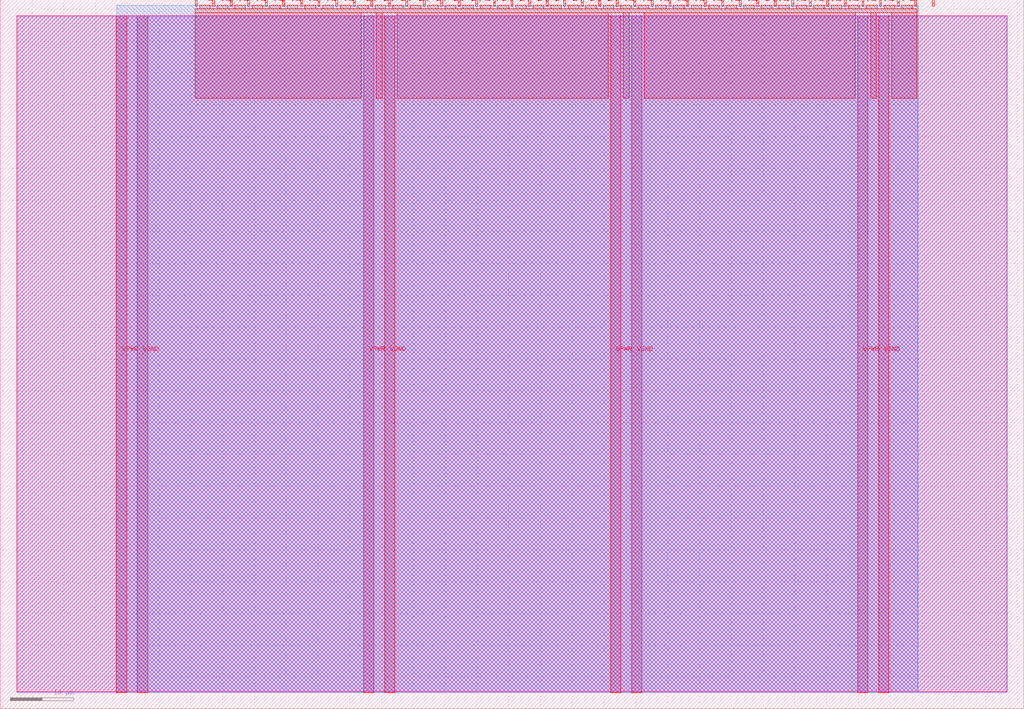
<source format=lef>
VERSION 5.7 ;
  NOWIREEXTENSIONATPIN ON ;
  DIVIDERCHAR "/" ;
  BUSBITCHARS "[]" ;
MACRO tt_um_mikegoelzer_7segmentbyte
  CLASS BLOCK ;
  FOREIGN tt_um_mikegoelzer_7segmentbyte ;
  ORIGIN 0.000 0.000 ;
  SIZE 161.000 BY 111.520 ;
  PIN VGND
    DIRECTION INOUT ;
    USE GROUND ;
    PORT
      LAYER met4 ;
        RECT 21.580 2.480 23.180 109.040 ;
    END
    PORT
      LAYER met4 ;
        RECT 60.450 2.480 62.050 109.040 ;
    END
    PORT
      LAYER met4 ;
        RECT 99.320 2.480 100.920 109.040 ;
    END
    PORT
      LAYER met4 ;
        RECT 138.190 2.480 139.790 109.040 ;
    END
  END VGND
  PIN VPWR
    DIRECTION INOUT ;
    USE POWER ;
    PORT
      LAYER met4 ;
        RECT 18.280 2.480 19.880 109.040 ;
    END
    PORT
      LAYER met4 ;
        RECT 57.150 2.480 58.750 109.040 ;
    END
    PORT
      LAYER met4 ;
        RECT 96.020 2.480 97.620 109.040 ;
    END
    PORT
      LAYER met4 ;
        RECT 134.890 2.480 136.490 109.040 ;
    END
  END VPWR
  PIN clk
    DIRECTION INPUT ;
    USE SIGNAL ;
    ANTENNAGATEAREA 0.852000 ;
    PORT
      LAYER met4 ;
        RECT 143.830 110.520 144.130 111.520 ;
    END
  END clk
  PIN ena
    DIRECTION INPUT ;
    USE SIGNAL ;
    PORT
      LAYER met4 ;
        RECT 146.590 110.520 146.890 111.520 ;
    END
  END ena
  PIN rst_n
    DIRECTION INPUT ;
    USE SIGNAL ;
    ANTENNAGATEAREA 0.196500 ;
    PORT
      LAYER met4 ;
        RECT 141.070 110.520 141.370 111.520 ;
    END
  END rst_n
  PIN ui_in[0]
    DIRECTION INPUT ;
    USE SIGNAL ;
    ANTENNAGATEAREA 0.196500 ;
    PORT
      LAYER met4 ;
        RECT 138.310 110.520 138.610 111.520 ;
    END
  END ui_in[0]
  PIN ui_in[1]
    DIRECTION INPUT ;
    USE SIGNAL ;
    ANTENNAGATEAREA 0.196500 ;
    PORT
      LAYER met4 ;
        RECT 135.550 110.520 135.850 111.520 ;
    END
  END ui_in[1]
  PIN ui_in[2]
    DIRECTION INPUT ;
    USE SIGNAL ;
    ANTENNAGATEAREA 0.196500 ;
    PORT
      LAYER met4 ;
        RECT 132.790 110.520 133.090 111.520 ;
    END
  END ui_in[2]
  PIN ui_in[3]
    DIRECTION INPUT ;
    USE SIGNAL ;
    ANTENNAGATEAREA 0.196500 ;
    PORT
      LAYER met4 ;
        RECT 130.030 110.520 130.330 111.520 ;
    END
  END ui_in[3]
  PIN ui_in[4]
    DIRECTION INPUT ;
    USE SIGNAL ;
    ANTENNAGATEAREA 0.196500 ;
    PORT
      LAYER met4 ;
        RECT 127.270 110.520 127.570 111.520 ;
    END
  END ui_in[4]
  PIN ui_in[5]
    DIRECTION INPUT ;
    USE SIGNAL ;
    ANTENNAGATEAREA 0.196500 ;
    PORT
      LAYER met4 ;
        RECT 124.510 110.520 124.810 111.520 ;
    END
  END ui_in[5]
  PIN ui_in[6]
    DIRECTION INPUT ;
    USE SIGNAL ;
    ANTENNAGATEAREA 0.196500 ;
    PORT
      LAYER met4 ;
        RECT 121.750 110.520 122.050 111.520 ;
    END
  END ui_in[6]
  PIN ui_in[7]
    DIRECTION INPUT ;
    USE SIGNAL ;
    ANTENNAGATEAREA 0.196500 ;
    PORT
      LAYER met4 ;
        RECT 118.990 110.520 119.290 111.520 ;
    END
  END ui_in[7]
  PIN uio_in[0]
    DIRECTION INPUT ;
    USE SIGNAL ;
    ANTENNAGATEAREA 0.159000 ;
    PORT
      LAYER met4 ;
        RECT 116.230 110.520 116.530 111.520 ;
    END
  END uio_in[0]
  PIN uio_in[1]
    DIRECTION INPUT ;
    USE SIGNAL ;
    PORT
      LAYER met4 ;
        RECT 113.470 110.520 113.770 111.520 ;
    END
  END uio_in[1]
  PIN uio_in[2]
    DIRECTION INPUT ;
    USE SIGNAL ;
    PORT
      LAYER met4 ;
        RECT 110.710 110.520 111.010 111.520 ;
    END
  END uio_in[2]
  PIN uio_in[3]
    DIRECTION INPUT ;
    USE SIGNAL ;
    PORT
      LAYER met4 ;
        RECT 107.950 110.520 108.250 111.520 ;
    END
  END uio_in[3]
  PIN uio_in[4]
    DIRECTION INPUT ;
    USE SIGNAL ;
    PORT
      LAYER met4 ;
        RECT 105.190 110.520 105.490 111.520 ;
    END
  END uio_in[4]
  PIN uio_in[5]
    DIRECTION INPUT ;
    USE SIGNAL ;
    PORT
      LAYER met4 ;
        RECT 102.430 110.520 102.730 111.520 ;
    END
  END uio_in[5]
  PIN uio_in[6]
    DIRECTION INPUT ;
    USE SIGNAL ;
    PORT
      LAYER met4 ;
        RECT 99.670 110.520 99.970 111.520 ;
    END
  END uio_in[6]
  PIN uio_in[7]
    DIRECTION INPUT ;
    USE SIGNAL ;
    PORT
      LAYER met4 ;
        RECT 96.910 110.520 97.210 111.520 ;
    END
  END uio_in[7]
  PIN uio_oe[0]
    DIRECTION OUTPUT ;
    USE SIGNAL ;
    PORT
      LAYER met4 ;
        RECT 49.990 110.520 50.290 111.520 ;
    END
  END uio_oe[0]
  PIN uio_oe[1]
    DIRECTION OUTPUT ;
    USE SIGNAL ;
    PORT
      LAYER met4 ;
        RECT 47.230 110.520 47.530 111.520 ;
    END
  END uio_oe[1]
  PIN uio_oe[2]
    DIRECTION OUTPUT ;
    USE SIGNAL ;
    PORT
      LAYER met4 ;
        RECT 44.470 110.520 44.770 111.520 ;
    END
  END uio_oe[2]
  PIN uio_oe[3]
    DIRECTION OUTPUT ;
    USE SIGNAL ;
    PORT
      LAYER met4 ;
        RECT 41.710 110.520 42.010 111.520 ;
    END
  END uio_oe[3]
  PIN uio_oe[4]
    DIRECTION OUTPUT ;
    USE SIGNAL ;
    PORT
      LAYER met4 ;
        RECT 38.950 110.520 39.250 111.520 ;
    END
  END uio_oe[4]
  PIN uio_oe[5]
    DIRECTION OUTPUT ;
    USE SIGNAL ;
    PORT
      LAYER met4 ;
        RECT 36.190 110.520 36.490 111.520 ;
    END
  END uio_oe[5]
  PIN uio_oe[6]
    DIRECTION OUTPUT ;
    USE SIGNAL ;
    PORT
      LAYER met4 ;
        RECT 33.430 110.520 33.730 111.520 ;
    END
  END uio_oe[6]
  PIN uio_oe[7]
    DIRECTION OUTPUT ;
    USE SIGNAL ;
    PORT
      LAYER met4 ;
        RECT 30.670 110.520 30.970 111.520 ;
    END
  END uio_oe[7]
  PIN uio_out[0]
    DIRECTION OUTPUT ;
    USE SIGNAL ;
    PORT
      LAYER met4 ;
        RECT 72.070 110.520 72.370 111.520 ;
    END
  END uio_out[0]
  PIN uio_out[1]
    DIRECTION OUTPUT ;
    USE SIGNAL ;
    PORT
      LAYER met4 ;
        RECT 69.310 110.520 69.610 111.520 ;
    END
  END uio_out[1]
  PIN uio_out[2]
    DIRECTION OUTPUT ;
    USE SIGNAL ;
    PORT
      LAYER met4 ;
        RECT 66.550 110.520 66.850 111.520 ;
    END
  END uio_out[2]
  PIN uio_out[3]
    DIRECTION OUTPUT ;
    USE SIGNAL ;
    PORT
      LAYER met4 ;
        RECT 63.790 110.520 64.090 111.520 ;
    END
  END uio_out[3]
  PIN uio_out[4]
    DIRECTION OUTPUT ;
    USE SIGNAL ;
    PORT
      LAYER met4 ;
        RECT 61.030 110.520 61.330 111.520 ;
    END
  END uio_out[4]
  PIN uio_out[5]
    DIRECTION OUTPUT ;
    USE SIGNAL ;
    PORT
      LAYER met4 ;
        RECT 58.270 110.520 58.570 111.520 ;
    END
  END uio_out[5]
  PIN uio_out[6]
    DIRECTION OUTPUT ;
    USE SIGNAL ;
    PORT
      LAYER met4 ;
        RECT 55.510 110.520 55.810 111.520 ;
    END
  END uio_out[6]
  PIN uio_out[7]
    DIRECTION OUTPUT ;
    USE SIGNAL ;
    PORT
      LAYER met4 ;
        RECT 52.750 110.520 53.050 111.520 ;
    END
  END uio_out[7]
  PIN uo_out[0]
    DIRECTION OUTPUT ;
    USE SIGNAL ;
    ANTENNADIFFAREA 0.795200 ;
    PORT
      LAYER met4 ;
        RECT 94.150 110.520 94.450 111.520 ;
    END
  END uo_out[0]
  PIN uo_out[1]
    DIRECTION OUTPUT ;
    USE SIGNAL ;
    ANTENNADIFFAREA 0.795200 ;
    PORT
      LAYER met4 ;
        RECT 91.390 110.520 91.690 111.520 ;
    END
  END uo_out[1]
  PIN uo_out[2]
    DIRECTION OUTPUT ;
    USE SIGNAL ;
    ANTENNADIFFAREA 0.445500 ;
    PORT
      LAYER met4 ;
        RECT 88.630 110.520 88.930 111.520 ;
    END
  END uo_out[2]
  PIN uo_out[3]
    DIRECTION OUTPUT ;
    USE SIGNAL ;
    ANTENNADIFFAREA 0.445500 ;
    PORT
      LAYER met4 ;
        RECT 85.870 110.520 86.170 111.520 ;
    END
  END uo_out[3]
  PIN uo_out[4]
    DIRECTION OUTPUT ;
    USE SIGNAL ;
    ANTENNADIFFAREA 0.445500 ;
    PORT
      LAYER met4 ;
        RECT 83.110 110.520 83.410 111.520 ;
    END
  END uo_out[4]
  PIN uo_out[5]
    DIRECTION OUTPUT ;
    USE SIGNAL ;
    ANTENNADIFFAREA 0.795200 ;
    PORT
      LAYER met4 ;
        RECT 80.350 110.520 80.650 111.520 ;
    END
  END uo_out[5]
  PIN uo_out[6]
    DIRECTION OUTPUT ;
    USE SIGNAL ;
    ANTENNADIFFAREA 0.795200 ;
    PORT
      LAYER met4 ;
        RECT 77.590 110.520 77.890 111.520 ;
    END
  END uo_out[6]
  PIN uo_out[7]
    DIRECTION OUTPUT ;
    USE SIGNAL ;
    ANTENNADIFFAREA 0.445500 ;
    PORT
      LAYER met4 ;
        RECT 74.830 110.520 75.130 111.520 ;
    END
  END uo_out[7]
  OBS
      LAYER nwell ;
        RECT 2.570 2.635 158.430 108.990 ;
      LAYER li1 ;
        RECT 2.760 2.635 158.240 108.885 ;
      LAYER met1 ;
        RECT 2.760 2.480 158.240 109.040 ;
      LAYER met2 ;
        RECT 18.310 2.535 144.350 110.685 ;
      LAYER met3 ;
        RECT 18.290 2.555 144.375 110.665 ;
      LAYER met4 ;
        RECT 31.370 110.120 33.030 110.665 ;
        RECT 34.130 110.120 35.790 110.665 ;
        RECT 36.890 110.120 38.550 110.665 ;
        RECT 39.650 110.120 41.310 110.665 ;
        RECT 42.410 110.120 44.070 110.665 ;
        RECT 45.170 110.120 46.830 110.665 ;
        RECT 47.930 110.120 49.590 110.665 ;
        RECT 50.690 110.120 52.350 110.665 ;
        RECT 53.450 110.120 55.110 110.665 ;
        RECT 56.210 110.120 57.870 110.665 ;
        RECT 58.970 110.120 60.630 110.665 ;
        RECT 61.730 110.120 63.390 110.665 ;
        RECT 64.490 110.120 66.150 110.665 ;
        RECT 67.250 110.120 68.910 110.665 ;
        RECT 70.010 110.120 71.670 110.665 ;
        RECT 72.770 110.120 74.430 110.665 ;
        RECT 75.530 110.120 77.190 110.665 ;
        RECT 78.290 110.120 79.950 110.665 ;
        RECT 81.050 110.120 82.710 110.665 ;
        RECT 83.810 110.120 85.470 110.665 ;
        RECT 86.570 110.120 88.230 110.665 ;
        RECT 89.330 110.120 90.990 110.665 ;
        RECT 92.090 110.120 93.750 110.665 ;
        RECT 94.850 110.120 96.510 110.665 ;
        RECT 97.610 110.120 99.270 110.665 ;
        RECT 100.370 110.120 102.030 110.665 ;
        RECT 103.130 110.120 104.790 110.665 ;
        RECT 105.890 110.120 107.550 110.665 ;
        RECT 108.650 110.120 110.310 110.665 ;
        RECT 111.410 110.120 113.070 110.665 ;
        RECT 114.170 110.120 115.830 110.665 ;
        RECT 116.930 110.120 118.590 110.665 ;
        RECT 119.690 110.120 121.350 110.665 ;
        RECT 122.450 110.120 124.110 110.665 ;
        RECT 125.210 110.120 126.870 110.665 ;
        RECT 127.970 110.120 129.630 110.665 ;
        RECT 130.730 110.120 132.390 110.665 ;
        RECT 133.490 110.120 135.150 110.665 ;
        RECT 136.250 110.120 137.910 110.665 ;
        RECT 139.010 110.120 140.670 110.665 ;
        RECT 141.770 110.120 143.430 110.665 ;
        RECT 30.655 109.440 144.145 110.120 ;
        RECT 30.655 96.055 56.750 109.440 ;
        RECT 59.150 96.055 60.050 109.440 ;
        RECT 62.450 96.055 95.620 109.440 ;
        RECT 98.020 96.055 98.920 109.440 ;
        RECT 101.320 96.055 134.490 109.440 ;
        RECT 136.890 96.055 137.790 109.440 ;
        RECT 140.190 96.055 144.145 109.440 ;
  END
END tt_um_mikegoelzer_7segmentbyte
END LIBRARY


</source>
